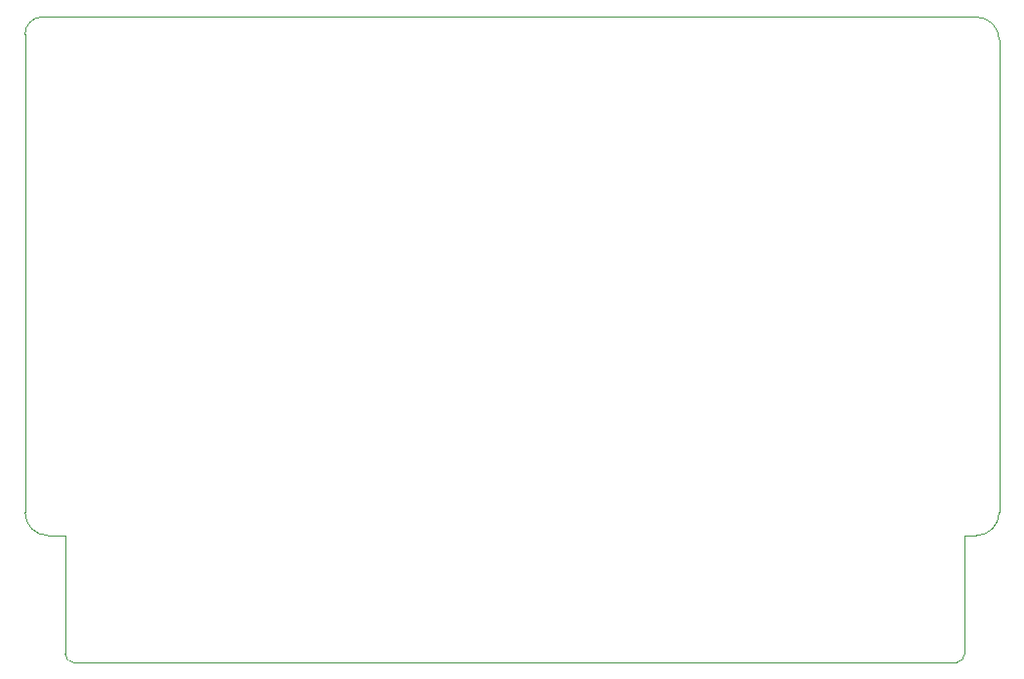
<source format=gm1>
G04 #@! TF.GenerationSoftware,KiCad,Pcbnew,7.0.6*
G04 #@! TF.CreationDate,2023-10-15T21:53:03+09:00*
G04 #@! TF.ProjectId,NES_MAmi_Ext,4e45535f-4d41-46d6-995f-4578742e6b69,rev?*
G04 #@! TF.SameCoordinates,Original*
G04 #@! TF.FileFunction,Profile,NP*
%FSLAX46Y46*%
G04 Gerber Fmt 4.6, Leading zero omitted, Abs format (unit mm)*
G04 Created by KiCad (PCBNEW 7.0.6) date 2023-10-15 21:53:03*
%MOMM*%
%LPD*%
G01*
G04 APERTURE LIST*
G04 #@! TA.AperFunction,Profile*
%ADD10C,0.100000*%
G04 #@! TD*
G04 APERTURE END LIST*
D10*
X188400000Y-126789800D02*
X187400000Y-126789800D01*
X109400000Y-137082694D02*
G75*
G03*
X110107106Y-137789800I675000J-32106D01*
G01*
X109400000Y-126789800D02*
X107900000Y-126789800D01*
X110107106Y-137789800D02*
X186692894Y-137789800D01*
X186692894Y-137789800D02*
G75*
G03*
X187400000Y-137082694I7106J700000D01*
G01*
X188400000Y-126789800D02*
G75*
G03*
X190400000Y-124789800I0J2000000D01*
G01*
X105900000Y-124789800D02*
X105900000Y-83289800D01*
X188400000Y-81789800D02*
X107400000Y-81789800D01*
X107400000Y-81789800D02*
G75*
G03*
X105900000Y-83289800I0J-1500000D01*
G01*
X109400000Y-126789800D02*
X109400000Y-137082694D01*
X190400000Y-124789800D02*
X190400000Y-83789800D01*
X105900000Y-124789800D02*
G75*
G03*
X107900000Y-126789800I2000000J0D01*
G01*
X187400000Y-137082694D02*
X187400000Y-126789800D01*
X190400000Y-83789800D02*
G75*
G03*
X188400000Y-81789800I-2000000J0D01*
G01*
M02*

</source>
